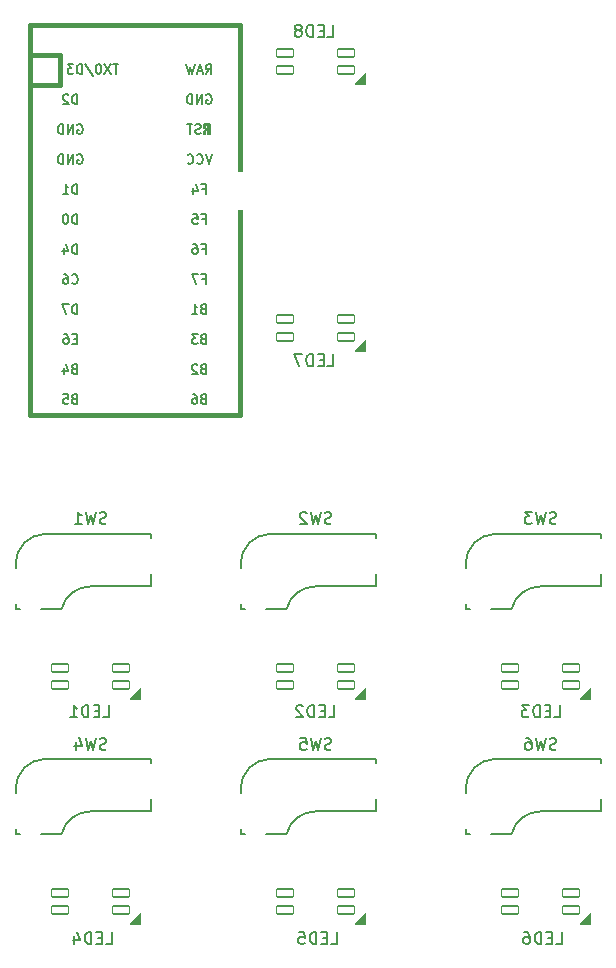
<source format=gbo>
%TF.GenerationSoftware,KiCad,Pcbnew,(6.0.1)*%
%TF.CreationDate,2022-01-30T14:08:35+01:00*%
%TF.ProjectId,Little Big Scroll 6,4c697474-6c65-4204-9269-67205363726f,v1.0*%
%TF.SameCoordinates,Original*%
%TF.FileFunction,Legend,Bot*%
%TF.FilePolarity,Positive*%
%FSLAX46Y46*%
G04 Gerber Fmt 4.6, Leading zero omitted, Abs format (unit mm)*
G04 Created by KiCad (PCBNEW (6.0.1)) date 2022-01-30 14:08:35*
%MOMM*%
%LPD*%
G01*
G04 APERTURE LIST*
G04 Aperture macros list*
%AMRoundRect*
0 Rectangle with rounded corners*
0 $1 Rounding radius*
0 $2 $3 $4 $5 $6 $7 $8 $9 X,Y pos of 4 corners*
0 Add a 4 corners polygon primitive as box body*
4,1,4,$2,$3,$4,$5,$6,$7,$8,$9,$2,$3,0*
0 Add four circle primitives for the rounded corners*
1,1,$1+$1,$2,$3*
1,1,$1+$1,$4,$5*
1,1,$1+$1,$6,$7*
1,1,$1+$1,$8,$9*
0 Add four rect primitives between the rounded corners*
20,1,$1+$1,$2,$3,$4,$5,0*
20,1,$1+$1,$4,$5,$6,$7,0*
20,1,$1+$1,$6,$7,$8,$9,0*
20,1,$1+$1,$8,$9,$2,$3,0*%
G04 Aperture macros list end*
%ADD10C,0.150000*%
%ADD11C,0.381000*%
%ADD12C,0.100000*%
%ADD13R,1.752600X1.752600*%
%ADD14C,1.752600*%
%ADD15C,3.000000*%
%ADD16C,3.987800*%
%ADD17C,1.701800*%
%ADD18R,2.550000X2.500000*%
%ADD19R,2.000000X2.000000*%
%ADD20C,2.000000*%
%ADD21R,2.000000X3.200000*%
%ADD22RoundRect,0.082000X-0.718000X0.328000X-0.718000X-0.328000X0.718000X-0.328000X0.718000X0.328000X0*%
%ADD23C,3.700000*%
%ADD24C,1.600000*%
%ADD25O,1.600000X1.600000*%
%ADD26R,1.700000X1.700000*%
%ADD27O,1.700000X1.700000*%
G04 APERTURE END LIST*
D10*
X100744809Y-84752857D02*
X100630523Y-84790952D01*
X100592428Y-84829047D01*
X100554333Y-84905238D01*
X100554333Y-85019523D01*
X100592428Y-85095714D01*
X100630523Y-85133809D01*
X100706714Y-85171904D01*
X101011476Y-85171904D01*
X101011476Y-84371904D01*
X100744809Y-84371904D01*
X100668619Y-84410000D01*
X100630523Y-84448095D01*
X100592428Y-84524285D01*
X100592428Y-84600476D01*
X100630523Y-84676666D01*
X100668619Y-84714761D01*
X100744809Y-84752857D01*
X101011476Y-84752857D01*
X99868619Y-84371904D02*
X100021000Y-84371904D01*
X100097190Y-84410000D01*
X100135285Y-84448095D01*
X100211476Y-84562380D01*
X100249571Y-84714761D01*
X100249571Y-85019523D01*
X100211476Y-85095714D01*
X100173380Y-85133809D01*
X100097190Y-85171904D01*
X99944809Y-85171904D01*
X99868619Y-85133809D01*
X99830523Y-85095714D01*
X99792428Y-85019523D01*
X99792428Y-84829047D01*
X99830523Y-84752857D01*
X99868619Y-84714761D01*
X99944809Y-84676666D01*
X100097190Y-84676666D01*
X100173380Y-84714761D01*
X100211476Y-84752857D01*
X100249571Y-84829047D01*
X100744809Y-79672857D02*
X100630523Y-79710952D01*
X100592428Y-79749047D01*
X100554333Y-79825238D01*
X100554333Y-79939523D01*
X100592428Y-80015714D01*
X100630523Y-80053809D01*
X100706714Y-80091904D01*
X101011476Y-80091904D01*
X101011476Y-79291904D01*
X100744809Y-79291904D01*
X100668619Y-79330000D01*
X100630523Y-79368095D01*
X100592428Y-79444285D01*
X100592428Y-79520476D01*
X100630523Y-79596666D01*
X100668619Y-79634761D01*
X100744809Y-79672857D01*
X101011476Y-79672857D01*
X100287666Y-79291904D02*
X99792428Y-79291904D01*
X100059095Y-79596666D01*
X99944809Y-79596666D01*
X99868619Y-79634761D01*
X99830523Y-79672857D01*
X99792428Y-79749047D01*
X99792428Y-79939523D01*
X99830523Y-80015714D01*
X99868619Y-80053809D01*
X99944809Y-80091904D01*
X100173380Y-80091904D01*
X100249571Y-80053809D01*
X100287666Y-80015714D01*
X90089476Y-72471904D02*
X90089476Y-71671904D01*
X89899000Y-71671904D01*
X89784714Y-71710000D01*
X89708523Y-71786190D01*
X89670428Y-71862380D01*
X89632333Y-72014761D01*
X89632333Y-72129047D01*
X89670428Y-72281428D01*
X89708523Y-72357619D01*
X89784714Y-72433809D01*
X89899000Y-72471904D01*
X90089476Y-72471904D01*
X88946619Y-71938571D02*
X88946619Y-72471904D01*
X89137095Y-71633809D02*
X89327571Y-72205238D01*
X88832333Y-72205238D01*
X101030523Y-59010000D02*
X101106714Y-58971904D01*
X101221000Y-58971904D01*
X101335285Y-59010000D01*
X101411476Y-59086190D01*
X101449571Y-59162380D01*
X101487666Y-59314761D01*
X101487666Y-59429047D01*
X101449571Y-59581428D01*
X101411476Y-59657619D01*
X101335285Y-59733809D01*
X101221000Y-59771904D01*
X101144809Y-59771904D01*
X101030523Y-59733809D01*
X100992428Y-59695714D01*
X100992428Y-59429047D01*
X101144809Y-59429047D01*
X100649571Y-59771904D02*
X100649571Y-58971904D01*
X100192428Y-59771904D01*
X100192428Y-58971904D01*
X99811476Y-59771904D02*
X99811476Y-58971904D01*
X99621000Y-58971904D01*
X99506714Y-59010000D01*
X99430523Y-59086190D01*
X99392428Y-59162380D01*
X99354333Y-59314761D01*
X99354333Y-59429047D01*
X99392428Y-59581428D01*
X99430523Y-59657619D01*
X99506714Y-59733809D01*
X99621000Y-59771904D01*
X99811476Y-59771904D01*
X90108523Y-61550000D02*
X90184714Y-61511904D01*
X90299000Y-61511904D01*
X90413285Y-61550000D01*
X90489476Y-61626190D01*
X90527571Y-61702380D01*
X90565666Y-61854761D01*
X90565666Y-61969047D01*
X90527571Y-62121428D01*
X90489476Y-62197619D01*
X90413285Y-62273809D01*
X90299000Y-62311904D01*
X90222809Y-62311904D01*
X90108523Y-62273809D01*
X90070428Y-62235714D01*
X90070428Y-61969047D01*
X90222809Y-61969047D01*
X89727571Y-62311904D02*
X89727571Y-61511904D01*
X89270428Y-62311904D01*
X89270428Y-61511904D01*
X88889476Y-62311904D02*
X88889476Y-61511904D01*
X88699000Y-61511904D01*
X88584714Y-61550000D01*
X88508523Y-61626190D01*
X88470428Y-61702380D01*
X88432333Y-61854761D01*
X88432333Y-61969047D01*
X88470428Y-62121428D01*
X88508523Y-62197619D01*
X88584714Y-62273809D01*
X88699000Y-62311904D01*
X88889476Y-62311904D01*
X90089476Y-59771904D02*
X90089476Y-58971904D01*
X89899000Y-58971904D01*
X89784714Y-59010000D01*
X89708523Y-59086190D01*
X89670428Y-59162380D01*
X89632333Y-59314761D01*
X89632333Y-59429047D01*
X89670428Y-59581428D01*
X89708523Y-59657619D01*
X89784714Y-59733809D01*
X89899000Y-59771904D01*
X90089476Y-59771904D01*
X89327571Y-59048095D02*
X89289476Y-59010000D01*
X89213285Y-58971904D01*
X89022809Y-58971904D01*
X88946619Y-59010000D01*
X88908523Y-59048095D01*
X88870428Y-59124285D01*
X88870428Y-59200476D01*
X88908523Y-59314761D01*
X89365666Y-59771904D01*
X88870428Y-59771904D01*
X90089476Y-69931904D02*
X90089476Y-69131904D01*
X89899000Y-69131904D01*
X89784714Y-69170000D01*
X89708523Y-69246190D01*
X89670428Y-69322380D01*
X89632333Y-69474761D01*
X89632333Y-69589047D01*
X89670428Y-69741428D01*
X89708523Y-69817619D01*
X89784714Y-69893809D01*
X89899000Y-69931904D01*
X90089476Y-69931904D01*
X89137095Y-69131904D02*
X89060904Y-69131904D01*
X88984714Y-69170000D01*
X88946619Y-69208095D01*
X88908523Y-69284285D01*
X88870428Y-69436666D01*
X88870428Y-69627142D01*
X88908523Y-69779523D01*
X88946619Y-69855714D01*
X88984714Y-69893809D01*
X89060904Y-69931904D01*
X89137095Y-69931904D01*
X89213285Y-69893809D01*
X89251380Y-69855714D01*
X89289476Y-69779523D01*
X89327571Y-69627142D01*
X89327571Y-69436666D01*
X89289476Y-69284285D01*
X89251380Y-69208095D01*
X89213285Y-69170000D01*
X89137095Y-69131904D01*
X100744809Y-77132857D02*
X100630523Y-77170952D01*
X100592428Y-77209047D01*
X100554333Y-77285238D01*
X100554333Y-77399523D01*
X100592428Y-77475714D01*
X100630523Y-77513809D01*
X100706714Y-77551904D01*
X101011476Y-77551904D01*
X101011476Y-76751904D01*
X100744809Y-76751904D01*
X100668619Y-76790000D01*
X100630523Y-76828095D01*
X100592428Y-76904285D01*
X100592428Y-76980476D01*
X100630523Y-77056666D01*
X100668619Y-77094761D01*
X100744809Y-77132857D01*
X101011476Y-77132857D01*
X99792428Y-77551904D02*
X100249571Y-77551904D01*
X100021000Y-77551904D02*
X100021000Y-76751904D01*
X100097190Y-76866190D01*
X100173380Y-76942380D01*
X100249571Y-76980476D01*
X89822809Y-84752857D02*
X89708523Y-84790952D01*
X89670428Y-84829047D01*
X89632333Y-84905238D01*
X89632333Y-85019523D01*
X89670428Y-85095714D01*
X89708523Y-85133809D01*
X89784714Y-85171904D01*
X90089476Y-85171904D01*
X90089476Y-84371904D01*
X89822809Y-84371904D01*
X89746619Y-84410000D01*
X89708523Y-84448095D01*
X89670428Y-84524285D01*
X89670428Y-84600476D01*
X89708523Y-84676666D01*
X89746619Y-84714761D01*
X89822809Y-84752857D01*
X90089476Y-84752857D01*
X88908523Y-84371904D02*
X89289476Y-84371904D01*
X89327571Y-84752857D01*
X89289476Y-84714761D01*
X89213285Y-84676666D01*
X89022809Y-84676666D01*
X88946619Y-84714761D01*
X88908523Y-84752857D01*
X88870428Y-84829047D01*
X88870428Y-85019523D01*
X88908523Y-85095714D01*
X88946619Y-85133809D01*
X89022809Y-85171904D01*
X89213285Y-85171904D01*
X89289476Y-85133809D01*
X89327571Y-85095714D01*
X90089476Y-67391904D02*
X90089476Y-66591904D01*
X89899000Y-66591904D01*
X89784714Y-66630000D01*
X89708523Y-66706190D01*
X89670428Y-66782380D01*
X89632333Y-66934761D01*
X89632333Y-67049047D01*
X89670428Y-67201428D01*
X89708523Y-67277619D01*
X89784714Y-67353809D01*
X89899000Y-67391904D01*
X90089476Y-67391904D01*
X88870428Y-67391904D02*
X89327571Y-67391904D01*
X89099000Y-67391904D02*
X89099000Y-66591904D01*
X89175190Y-66706190D01*
X89251380Y-66782380D01*
X89327571Y-66820476D01*
X100973380Y-57231904D02*
X101240047Y-56850952D01*
X101430523Y-57231904D02*
X101430523Y-56431904D01*
X101125761Y-56431904D01*
X101049571Y-56470000D01*
X101011476Y-56508095D01*
X100973380Y-56584285D01*
X100973380Y-56698571D01*
X101011476Y-56774761D01*
X101049571Y-56812857D01*
X101125761Y-56850952D01*
X101430523Y-56850952D01*
X100668619Y-57003333D02*
X100287666Y-57003333D01*
X100744809Y-57231904D02*
X100478142Y-56431904D01*
X100211476Y-57231904D01*
X100021000Y-56431904D02*
X99830523Y-57231904D01*
X99678142Y-56660476D01*
X99525761Y-57231904D01*
X99335285Y-56431904D01*
X101487666Y-64051904D02*
X101221000Y-64851904D01*
X100954333Y-64051904D01*
X100230523Y-64775714D02*
X100268619Y-64813809D01*
X100382904Y-64851904D01*
X100459095Y-64851904D01*
X100573380Y-64813809D01*
X100649571Y-64737619D01*
X100687666Y-64661428D01*
X100725761Y-64509047D01*
X100725761Y-64394761D01*
X100687666Y-64242380D01*
X100649571Y-64166190D01*
X100573380Y-64090000D01*
X100459095Y-64051904D01*
X100382904Y-64051904D01*
X100268619Y-64090000D01*
X100230523Y-64128095D01*
X99430523Y-64775714D02*
X99468619Y-64813809D01*
X99582904Y-64851904D01*
X99659095Y-64851904D01*
X99773380Y-64813809D01*
X99849571Y-64737619D01*
X99887666Y-64661428D01*
X99925761Y-64509047D01*
X99925761Y-64394761D01*
X99887666Y-64242380D01*
X99849571Y-64166190D01*
X99773380Y-64090000D01*
X99659095Y-64051904D01*
X99582904Y-64051904D01*
X99468619Y-64090000D01*
X99430523Y-64128095D01*
X100744809Y-82212857D02*
X100630523Y-82250952D01*
X100592428Y-82289047D01*
X100554333Y-82365238D01*
X100554333Y-82479523D01*
X100592428Y-82555714D01*
X100630523Y-82593809D01*
X100706714Y-82631904D01*
X101011476Y-82631904D01*
X101011476Y-81831904D01*
X100744809Y-81831904D01*
X100668619Y-81870000D01*
X100630523Y-81908095D01*
X100592428Y-81984285D01*
X100592428Y-82060476D01*
X100630523Y-82136666D01*
X100668619Y-82174761D01*
X100744809Y-82212857D01*
X101011476Y-82212857D01*
X100249571Y-81908095D02*
X100211476Y-81870000D01*
X100135285Y-81831904D01*
X99944809Y-81831904D01*
X99868619Y-81870000D01*
X99830523Y-81908095D01*
X99792428Y-81984285D01*
X99792428Y-82060476D01*
X99830523Y-82174761D01*
X100287666Y-82631904D01*
X99792428Y-82631904D01*
X89632333Y-74935714D02*
X89670428Y-74973809D01*
X89784714Y-75011904D01*
X89860904Y-75011904D01*
X89975190Y-74973809D01*
X90051380Y-74897619D01*
X90089476Y-74821428D01*
X90127571Y-74669047D01*
X90127571Y-74554761D01*
X90089476Y-74402380D01*
X90051380Y-74326190D01*
X89975190Y-74250000D01*
X89860904Y-74211904D01*
X89784714Y-74211904D01*
X89670428Y-74250000D01*
X89632333Y-74288095D01*
X88946619Y-74211904D02*
X89099000Y-74211904D01*
X89175190Y-74250000D01*
X89213285Y-74288095D01*
X89289476Y-74402380D01*
X89327571Y-74554761D01*
X89327571Y-74859523D01*
X89289476Y-74935714D01*
X89251380Y-74973809D01*
X89175190Y-75011904D01*
X89022809Y-75011904D01*
X88946619Y-74973809D01*
X88908523Y-74935714D01*
X88870428Y-74859523D01*
X88870428Y-74669047D01*
X88908523Y-74592857D01*
X88946619Y-74554761D01*
X89022809Y-74516666D01*
X89175190Y-74516666D01*
X89251380Y-74554761D01*
X89289476Y-74592857D01*
X89327571Y-74669047D01*
X93578604Y-56431904D02*
X93121461Y-56431904D01*
X93350032Y-57231904D02*
X93350032Y-56431904D01*
X92930985Y-56431904D02*
X92397651Y-57231904D01*
X92397651Y-56431904D02*
X92930985Y-57231904D01*
X91940508Y-56431904D02*
X91864318Y-56431904D01*
X91788128Y-56470000D01*
X91750032Y-56508095D01*
X91711937Y-56584285D01*
X91673842Y-56736666D01*
X91673842Y-56927142D01*
X91711937Y-57079523D01*
X91750032Y-57155714D01*
X91788128Y-57193809D01*
X91864318Y-57231904D01*
X91940508Y-57231904D01*
X92016699Y-57193809D01*
X92054794Y-57155714D01*
X92092889Y-57079523D01*
X92130985Y-56927142D01*
X92130985Y-56736666D01*
X92092889Y-56584285D01*
X92054794Y-56508095D01*
X92016699Y-56470000D01*
X91940508Y-56431904D01*
X90759556Y-56393809D02*
X91445270Y-57422380D01*
X90492889Y-57231904D02*
X90492889Y-56431904D01*
X90302413Y-56431904D01*
X90188128Y-56470000D01*
X90111937Y-56546190D01*
X90073842Y-56622380D01*
X90035747Y-56774761D01*
X90035747Y-56889047D01*
X90073842Y-57041428D01*
X90111937Y-57117619D01*
X90188128Y-57193809D01*
X90302413Y-57231904D01*
X90492889Y-57231904D01*
X89769080Y-56431904D02*
X89273842Y-56431904D01*
X89540508Y-56736666D01*
X89426223Y-56736666D01*
X89350032Y-56774761D01*
X89311937Y-56812857D01*
X89273842Y-56889047D01*
X89273842Y-57079523D01*
X89311937Y-57155714D01*
X89350032Y-57193809D01*
X89426223Y-57231904D01*
X89654794Y-57231904D01*
X89730985Y-57193809D01*
X89769080Y-57155714D01*
X89822809Y-82212857D02*
X89708523Y-82250952D01*
X89670428Y-82289047D01*
X89632333Y-82365238D01*
X89632333Y-82479523D01*
X89670428Y-82555714D01*
X89708523Y-82593809D01*
X89784714Y-82631904D01*
X90089476Y-82631904D01*
X90089476Y-81831904D01*
X89822809Y-81831904D01*
X89746619Y-81870000D01*
X89708523Y-81908095D01*
X89670428Y-81984285D01*
X89670428Y-82060476D01*
X89708523Y-82136666D01*
X89746619Y-82174761D01*
X89822809Y-82212857D01*
X90089476Y-82212857D01*
X88946619Y-82098571D02*
X88946619Y-82631904D01*
X89137095Y-81793809D02*
X89327571Y-82365238D01*
X88832333Y-82365238D01*
X100687666Y-66972857D02*
X100954333Y-66972857D01*
X100954333Y-67391904D02*
X100954333Y-66591904D01*
X100573380Y-66591904D01*
X99925761Y-66858571D02*
X99925761Y-67391904D01*
X100116238Y-66553809D02*
X100306714Y-67125238D01*
X99811476Y-67125238D01*
X100687666Y-72052857D02*
X100954333Y-72052857D01*
X100954333Y-72471904D02*
X100954333Y-71671904D01*
X100573380Y-71671904D01*
X99925761Y-71671904D02*
X100078142Y-71671904D01*
X100154333Y-71710000D01*
X100192428Y-71748095D01*
X100268619Y-71862380D01*
X100306714Y-72014761D01*
X100306714Y-72319523D01*
X100268619Y-72395714D01*
X100230523Y-72433809D01*
X100154333Y-72471904D01*
X100001952Y-72471904D01*
X99925761Y-72433809D01*
X99887666Y-72395714D01*
X99849571Y-72319523D01*
X99849571Y-72129047D01*
X99887666Y-72052857D01*
X99925761Y-72014761D01*
X100001952Y-71976666D01*
X100154333Y-71976666D01*
X100230523Y-72014761D01*
X100268619Y-72052857D01*
X100306714Y-72129047D01*
X100687666Y-69512857D02*
X100954333Y-69512857D01*
X100954333Y-69931904D02*
X100954333Y-69131904D01*
X100573380Y-69131904D01*
X99887666Y-69131904D02*
X100268619Y-69131904D01*
X100306714Y-69512857D01*
X100268619Y-69474761D01*
X100192428Y-69436666D01*
X100001952Y-69436666D01*
X99925761Y-69474761D01*
X99887666Y-69512857D01*
X99849571Y-69589047D01*
X99849571Y-69779523D01*
X99887666Y-69855714D01*
X99925761Y-69893809D01*
X100001952Y-69931904D01*
X100192428Y-69931904D01*
X100268619Y-69893809D01*
X100306714Y-69855714D01*
X100687666Y-74592857D02*
X100954333Y-74592857D01*
X100954333Y-75011904D02*
X100954333Y-74211904D01*
X100573380Y-74211904D01*
X100344809Y-74211904D02*
X99811476Y-74211904D01*
X100154333Y-75011904D01*
X90108523Y-64090000D02*
X90184714Y-64051904D01*
X90299000Y-64051904D01*
X90413285Y-64090000D01*
X90489476Y-64166190D01*
X90527571Y-64242380D01*
X90565666Y-64394761D01*
X90565666Y-64509047D01*
X90527571Y-64661428D01*
X90489476Y-64737619D01*
X90413285Y-64813809D01*
X90299000Y-64851904D01*
X90222809Y-64851904D01*
X90108523Y-64813809D01*
X90070428Y-64775714D01*
X90070428Y-64509047D01*
X90222809Y-64509047D01*
X89727571Y-64851904D02*
X89727571Y-64051904D01*
X89270428Y-64851904D01*
X89270428Y-64051904D01*
X88889476Y-64851904D02*
X88889476Y-64051904D01*
X88699000Y-64051904D01*
X88584714Y-64090000D01*
X88508523Y-64166190D01*
X88470428Y-64242380D01*
X88432333Y-64394761D01*
X88432333Y-64509047D01*
X88470428Y-64661428D01*
X88508523Y-64737619D01*
X88584714Y-64813809D01*
X88699000Y-64851904D01*
X88889476Y-64851904D01*
X90089476Y-77551904D02*
X90089476Y-76751904D01*
X89899000Y-76751904D01*
X89784714Y-76790000D01*
X89708523Y-76866190D01*
X89670428Y-76942380D01*
X89632333Y-77094761D01*
X89632333Y-77209047D01*
X89670428Y-77361428D01*
X89708523Y-77437619D01*
X89784714Y-77513809D01*
X89899000Y-77551904D01*
X90089476Y-77551904D01*
X89365666Y-76751904D02*
X88832333Y-76751904D01*
X89175190Y-77551904D01*
X90051380Y-79672857D02*
X89784714Y-79672857D01*
X89670428Y-80091904D02*
X90051380Y-80091904D01*
X90051380Y-79291904D01*
X89670428Y-79291904D01*
X88984714Y-79291904D02*
X89137095Y-79291904D01*
X89213285Y-79330000D01*
X89251380Y-79368095D01*
X89327571Y-79482380D01*
X89365666Y-79634761D01*
X89365666Y-79939523D01*
X89327571Y-80015714D01*
X89289476Y-80053809D01*
X89213285Y-80091904D01*
X89060904Y-80091904D01*
X88984714Y-80053809D01*
X88946619Y-80015714D01*
X88908523Y-79939523D01*
X88908523Y-79749047D01*
X88946619Y-79672857D01*
X88984714Y-79634761D01*
X89060904Y-79596666D01*
X89213285Y-79596666D01*
X89289476Y-79634761D01*
X89327571Y-79672857D01*
X89365666Y-79749047D01*
X100533333Y-62253809D02*
X100419047Y-62291904D01*
X100228571Y-62291904D01*
X100152380Y-62253809D01*
X100114285Y-62215714D01*
X100076190Y-62139523D01*
X100076190Y-62063333D01*
X100114285Y-61987142D01*
X100152380Y-61949047D01*
X100228571Y-61910952D01*
X100380952Y-61872857D01*
X100457142Y-61834761D01*
X100495238Y-61796666D01*
X100533333Y-61720476D01*
X100533333Y-61644285D01*
X100495238Y-61568095D01*
X100457142Y-61530000D01*
X100380952Y-61491904D01*
X100190476Y-61491904D01*
X100076190Y-61530000D01*
X99847619Y-61491904D02*
X99390476Y-61491904D01*
X99619047Y-62291904D02*
X99619047Y-61491904D01*
X92553333Y-95274761D02*
X92410476Y-95322380D01*
X92172380Y-95322380D01*
X92077142Y-95274761D01*
X92029523Y-95227142D01*
X91981904Y-95131904D01*
X91981904Y-95036666D01*
X92029523Y-94941428D01*
X92077142Y-94893809D01*
X92172380Y-94846190D01*
X92362857Y-94798571D01*
X92458095Y-94750952D01*
X92505714Y-94703333D01*
X92553333Y-94608095D01*
X92553333Y-94512857D01*
X92505714Y-94417619D01*
X92458095Y-94370000D01*
X92362857Y-94322380D01*
X92124761Y-94322380D01*
X91981904Y-94370000D01*
X91648571Y-94322380D02*
X91410476Y-95322380D01*
X91220000Y-94608095D01*
X91029523Y-95322380D01*
X90791428Y-94322380D01*
X89886666Y-95322380D02*
X90458095Y-95322380D01*
X90172380Y-95322380D02*
X90172380Y-94322380D01*
X90267619Y-94465238D01*
X90362857Y-94560476D01*
X90458095Y-94608095D01*
X111603333Y-95274761D02*
X111460476Y-95322380D01*
X111222380Y-95322380D01*
X111127142Y-95274761D01*
X111079523Y-95227142D01*
X111031904Y-95131904D01*
X111031904Y-95036666D01*
X111079523Y-94941428D01*
X111127142Y-94893809D01*
X111222380Y-94846190D01*
X111412857Y-94798571D01*
X111508095Y-94750952D01*
X111555714Y-94703333D01*
X111603333Y-94608095D01*
X111603333Y-94512857D01*
X111555714Y-94417619D01*
X111508095Y-94370000D01*
X111412857Y-94322380D01*
X111174761Y-94322380D01*
X111031904Y-94370000D01*
X110698571Y-94322380D02*
X110460476Y-95322380D01*
X110270000Y-94608095D01*
X110079523Y-95322380D01*
X109841428Y-94322380D01*
X109508095Y-94417619D02*
X109460476Y-94370000D01*
X109365238Y-94322380D01*
X109127142Y-94322380D01*
X109031904Y-94370000D01*
X108984285Y-94417619D01*
X108936666Y-94512857D01*
X108936666Y-94608095D01*
X108984285Y-94750952D01*
X109555714Y-95322380D01*
X108936666Y-95322380D01*
X130653333Y-95274761D02*
X130510476Y-95322380D01*
X130272380Y-95322380D01*
X130177142Y-95274761D01*
X130129523Y-95227142D01*
X130081904Y-95131904D01*
X130081904Y-95036666D01*
X130129523Y-94941428D01*
X130177142Y-94893809D01*
X130272380Y-94846190D01*
X130462857Y-94798571D01*
X130558095Y-94750952D01*
X130605714Y-94703333D01*
X130653333Y-94608095D01*
X130653333Y-94512857D01*
X130605714Y-94417619D01*
X130558095Y-94370000D01*
X130462857Y-94322380D01*
X130224761Y-94322380D01*
X130081904Y-94370000D01*
X129748571Y-94322380D02*
X129510476Y-95322380D01*
X129320000Y-94608095D01*
X129129523Y-95322380D01*
X128891428Y-94322380D01*
X128605714Y-94322380D02*
X127986666Y-94322380D01*
X128320000Y-94703333D01*
X128177142Y-94703333D01*
X128081904Y-94750952D01*
X128034285Y-94798571D01*
X127986666Y-94893809D01*
X127986666Y-95131904D01*
X128034285Y-95227142D01*
X128081904Y-95274761D01*
X128177142Y-95322380D01*
X128462857Y-95322380D01*
X128558095Y-95274761D01*
X128605714Y-95227142D01*
X92553333Y-114404761D02*
X92410476Y-114452380D01*
X92172380Y-114452380D01*
X92077142Y-114404761D01*
X92029523Y-114357142D01*
X91981904Y-114261904D01*
X91981904Y-114166666D01*
X92029523Y-114071428D01*
X92077142Y-114023809D01*
X92172380Y-113976190D01*
X92362857Y-113928571D01*
X92458095Y-113880952D01*
X92505714Y-113833333D01*
X92553333Y-113738095D01*
X92553333Y-113642857D01*
X92505714Y-113547619D01*
X92458095Y-113500000D01*
X92362857Y-113452380D01*
X92124761Y-113452380D01*
X91981904Y-113500000D01*
X91648571Y-113452380D02*
X91410476Y-114452380D01*
X91220000Y-113738095D01*
X91029523Y-114452380D01*
X90791428Y-113452380D01*
X89981904Y-113785714D02*
X89981904Y-114452380D01*
X90220000Y-113404761D02*
X90458095Y-114119047D01*
X89839047Y-114119047D01*
X111603333Y-114404761D02*
X111460476Y-114452380D01*
X111222380Y-114452380D01*
X111127142Y-114404761D01*
X111079523Y-114357142D01*
X111031904Y-114261904D01*
X111031904Y-114166666D01*
X111079523Y-114071428D01*
X111127142Y-114023809D01*
X111222380Y-113976190D01*
X111412857Y-113928571D01*
X111508095Y-113880952D01*
X111555714Y-113833333D01*
X111603333Y-113738095D01*
X111603333Y-113642857D01*
X111555714Y-113547619D01*
X111508095Y-113500000D01*
X111412857Y-113452380D01*
X111174761Y-113452380D01*
X111031904Y-113500000D01*
X110698571Y-113452380D02*
X110460476Y-114452380D01*
X110270000Y-113738095D01*
X110079523Y-114452380D01*
X109841428Y-113452380D01*
X108984285Y-113452380D02*
X109460476Y-113452380D01*
X109508095Y-113928571D01*
X109460476Y-113880952D01*
X109365238Y-113833333D01*
X109127142Y-113833333D01*
X109031904Y-113880952D01*
X108984285Y-113928571D01*
X108936666Y-114023809D01*
X108936666Y-114261904D01*
X108984285Y-114357142D01*
X109031904Y-114404761D01*
X109127142Y-114452380D01*
X109365238Y-114452380D01*
X109460476Y-114404761D01*
X109508095Y-114357142D01*
X130653333Y-114404761D02*
X130510476Y-114452380D01*
X130272380Y-114452380D01*
X130177142Y-114404761D01*
X130129523Y-114357142D01*
X130081904Y-114261904D01*
X130081904Y-114166666D01*
X130129523Y-114071428D01*
X130177142Y-114023809D01*
X130272380Y-113976190D01*
X130462857Y-113928571D01*
X130558095Y-113880952D01*
X130605714Y-113833333D01*
X130653333Y-113738095D01*
X130653333Y-113642857D01*
X130605714Y-113547619D01*
X130558095Y-113500000D01*
X130462857Y-113452380D01*
X130224761Y-113452380D01*
X130081904Y-113500000D01*
X129748571Y-113452380D02*
X129510476Y-114452380D01*
X129320000Y-113738095D01*
X129129523Y-114452380D01*
X128891428Y-113452380D01*
X128081904Y-113452380D02*
X128272380Y-113452380D01*
X128367619Y-113500000D01*
X128415238Y-113547619D01*
X128510476Y-113690476D01*
X128558095Y-113880952D01*
X128558095Y-114261904D01*
X128510476Y-114357142D01*
X128462857Y-114404761D01*
X128367619Y-114452380D01*
X128177142Y-114452380D01*
X128081904Y-114404761D01*
X128034285Y-114357142D01*
X127986666Y-114261904D01*
X127986666Y-114023809D01*
X128034285Y-113928571D01*
X128081904Y-113880952D01*
X128177142Y-113833333D01*
X128367619Y-113833333D01*
X128462857Y-113880952D01*
X128510476Y-113928571D01*
X128558095Y-114023809D01*
X92279047Y-111692380D02*
X92755238Y-111692380D01*
X92755238Y-110692380D01*
X91945714Y-111168571D02*
X91612380Y-111168571D01*
X91469523Y-111692380D02*
X91945714Y-111692380D01*
X91945714Y-110692380D01*
X91469523Y-110692380D01*
X91040952Y-111692380D02*
X91040952Y-110692380D01*
X90802857Y-110692380D01*
X90660000Y-110740000D01*
X90564761Y-110835238D01*
X90517142Y-110930476D01*
X90469523Y-111120952D01*
X90469523Y-111263809D01*
X90517142Y-111454285D01*
X90564761Y-111549523D01*
X90660000Y-111644761D01*
X90802857Y-111692380D01*
X91040952Y-111692380D01*
X89517142Y-111692380D02*
X90088571Y-111692380D01*
X89802857Y-111692380D02*
X89802857Y-110692380D01*
X89898095Y-110835238D01*
X89993333Y-110930476D01*
X90088571Y-110978095D01*
X111379047Y-111692380D02*
X111855238Y-111692380D01*
X111855238Y-110692380D01*
X111045714Y-111168571D02*
X110712380Y-111168571D01*
X110569523Y-111692380D02*
X111045714Y-111692380D01*
X111045714Y-110692380D01*
X110569523Y-110692380D01*
X110140952Y-111692380D02*
X110140952Y-110692380D01*
X109902857Y-110692380D01*
X109760000Y-110740000D01*
X109664761Y-110835238D01*
X109617142Y-110930476D01*
X109569523Y-111120952D01*
X109569523Y-111263809D01*
X109617142Y-111454285D01*
X109664761Y-111549523D01*
X109760000Y-111644761D01*
X109902857Y-111692380D01*
X110140952Y-111692380D01*
X109188571Y-110787619D02*
X109140952Y-110740000D01*
X109045714Y-110692380D01*
X108807619Y-110692380D01*
X108712380Y-110740000D01*
X108664761Y-110787619D01*
X108617142Y-110882857D01*
X108617142Y-110978095D01*
X108664761Y-111120952D01*
X109236190Y-111692380D01*
X108617142Y-111692380D01*
X130489047Y-111692380D02*
X130965238Y-111692380D01*
X130965238Y-110692380D01*
X130155714Y-111168571D02*
X129822380Y-111168571D01*
X129679523Y-111692380D02*
X130155714Y-111692380D01*
X130155714Y-110692380D01*
X129679523Y-110692380D01*
X129250952Y-111692380D02*
X129250952Y-110692380D01*
X129012857Y-110692380D01*
X128870000Y-110740000D01*
X128774761Y-110835238D01*
X128727142Y-110930476D01*
X128679523Y-111120952D01*
X128679523Y-111263809D01*
X128727142Y-111454285D01*
X128774761Y-111549523D01*
X128870000Y-111644761D01*
X129012857Y-111692380D01*
X129250952Y-111692380D01*
X128346190Y-110692380D02*
X127727142Y-110692380D01*
X128060476Y-111073333D01*
X127917619Y-111073333D01*
X127822380Y-111120952D01*
X127774761Y-111168571D01*
X127727142Y-111263809D01*
X127727142Y-111501904D01*
X127774761Y-111597142D01*
X127822380Y-111644761D01*
X127917619Y-111692380D01*
X128203333Y-111692380D01*
X128298571Y-111644761D01*
X128346190Y-111597142D01*
X92519047Y-130902380D02*
X92995238Y-130902380D01*
X92995238Y-129902380D01*
X92185714Y-130378571D02*
X91852380Y-130378571D01*
X91709523Y-130902380D02*
X92185714Y-130902380D01*
X92185714Y-129902380D01*
X91709523Y-129902380D01*
X91280952Y-130902380D02*
X91280952Y-129902380D01*
X91042857Y-129902380D01*
X90900000Y-129950000D01*
X90804761Y-130045238D01*
X90757142Y-130140476D01*
X90709523Y-130330952D01*
X90709523Y-130473809D01*
X90757142Y-130664285D01*
X90804761Y-130759523D01*
X90900000Y-130854761D01*
X91042857Y-130902380D01*
X91280952Y-130902380D01*
X89852380Y-130235714D02*
X89852380Y-130902380D01*
X90090476Y-129854761D02*
X90328571Y-130569047D01*
X89709523Y-130569047D01*
X111569047Y-130902380D02*
X112045238Y-130902380D01*
X112045238Y-129902380D01*
X111235714Y-130378571D02*
X110902380Y-130378571D01*
X110759523Y-130902380D02*
X111235714Y-130902380D01*
X111235714Y-129902380D01*
X110759523Y-129902380D01*
X110330952Y-130902380D02*
X110330952Y-129902380D01*
X110092857Y-129902380D01*
X109950000Y-129950000D01*
X109854761Y-130045238D01*
X109807142Y-130140476D01*
X109759523Y-130330952D01*
X109759523Y-130473809D01*
X109807142Y-130664285D01*
X109854761Y-130759523D01*
X109950000Y-130854761D01*
X110092857Y-130902380D01*
X110330952Y-130902380D01*
X108854761Y-129902380D02*
X109330952Y-129902380D01*
X109378571Y-130378571D01*
X109330952Y-130330952D01*
X109235714Y-130283333D01*
X108997619Y-130283333D01*
X108902380Y-130330952D01*
X108854761Y-130378571D01*
X108807142Y-130473809D01*
X108807142Y-130711904D01*
X108854761Y-130807142D01*
X108902380Y-130854761D01*
X108997619Y-130902380D01*
X109235714Y-130902380D01*
X109330952Y-130854761D01*
X109378571Y-130807142D01*
X130619047Y-130902380D02*
X131095238Y-130902380D01*
X131095238Y-129902380D01*
X130285714Y-130378571D02*
X129952380Y-130378571D01*
X129809523Y-130902380D02*
X130285714Y-130902380D01*
X130285714Y-129902380D01*
X129809523Y-129902380D01*
X129380952Y-130902380D02*
X129380952Y-129902380D01*
X129142857Y-129902380D01*
X129000000Y-129950000D01*
X128904761Y-130045238D01*
X128857142Y-130140476D01*
X128809523Y-130330952D01*
X128809523Y-130473809D01*
X128857142Y-130664285D01*
X128904761Y-130759523D01*
X129000000Y-130854761D01*
X129142857Y-130902380D01*
X129380952Y-130902380D01*
X127952380Y-129902380D02*
X128142857Y-129902380D01*
X128238095Y-129950000D01*
X128285714Y-129997619D01*
X128380952Y-130140476D01*
X128428571Y-130330952D01*
X128428571Y-130711904D01*
X128380952Y-130807142D01*
X128333333Y-130854761D01*
X128238095Y-130902380D01*
X128047619Y-130902380D01*
X127952380Y-130854761D01*
X127904761Y-130807142D01*
X127857142Y-130711904D01*
X127857142Y-130473809D01*
X127904761Y-130378571D01*
X127952380Y-130330952D01*
X128047619Y-130283333D01*
X128238095Y-130283333D01*
X128333333Y-130330952D01*
X128380952Y-130378571D01*
X128428571Y-130473809D01*
X111279047Y-54082380D02*
X111755238Y-54082380D01*
X111755238Y-53082380D01*
X110945714Y-53558571D02*
X110612380Y-53558571D01*
X110469523Y-54082380D02*
X110945714Y-54082380D01*
X110945714Y-53082380D01*
X110469523Y-53082380D01*
X110040952Y-54082380D02*
X110040952Y-53082380D01*
X109802857Y-53082380D01*
X109660000Y-53130000D01*
X109564761Y-53225238D01*
X109517142Y-53320476D01*
X109469523Y-53510952D01*
X109469523Y-53653809D01*
X109517142Y-53844285D01*
X109564761Y-53939523D01*
X109660000Y-54034761D01*
X109802857Y-54082380D01*
X110040952Y-54082380D01*
X108898095Y-53510952D02*
X108993333Y-53463333D01*
X109040952Y-53415714D01*
X109088571Y-53320476D01*
X109088571Y-53272857D01*
X109040952Y-53177619D01*
X108993333Y-53130000D01*
X108898095Y-53082380D01*
X108707619Y-53082380D01*
X108612380Y-53130000D01*
X108564761Y-53177619D01*
X108517142Y-53272857D01*
X108517142Y-53320476D01*
X108564761Y-53415714D01*
X108612380Y-53463333D01*
X108707619Y-53510952D01*
X108898095Y-53510952D01*
X108993333Y-53558571D01*
X109040952Y-53606190D01*
X109088571Y-53701428D01*
X109088571Y-53891904D01*
X109040952Y-53987142D01*
X108993333Y-54034761D01*
X108898095Y-54082380D01*
X108707619Y-54082380D01*
X108612380Y-54034761D01*
X108564761Y-53987142D01*
X108517142Y-53891904D01*
X108517142Y-53701428D01*
X108564761Y-53606190D01*
X108612380Y-53558571D01*
X108707619Y-53510952D01*
X111279047Y-81972380D02*
X111755238Y-81972380D01*
X111755238Y-80972380D01*
X110945714Y-81448571D02*
X110612380Y-81448571D01*
X110469523Y-81972380D02*
X110945714Y-81972380D01*
X110945714Y-80972380D01*
X110469523Y-80972380D01*
X110040952Y-81972380D02*
X110040952Y-80972380D01*
X109802857Y-80972380D01*
X109660000Y-81020000D01*
X109564761Y-81115238D01*
X109517142Y-81210476D01*
X109469523Y-81400952D01*
X109469523Y-81543809D01*
X109517142Y-81734285D01*
X109564761Y-81829523D01*
X109660000Y-81924761D01*
X109802857Y-81972380D01*
X110040952Y-81972380D01*
X109136190Y-80972380D02*
X108469523Y-80972380D01*
X108898095Y-81972380D01*
D11*
X88610000Y-55600000D02*
X88610000Y-58140000D01*
X103850000Y-86080000D02*
X103850000Y-53060000D01*
X86070000Y-86080000D02*
X103850000Y-86080000D01*
X103850000Y-53060000D02*
X86070000Y-53060000D01*
X88610000Y-55600000D02*
X86070000Y-55600000D01*
X86070000Y-53060000D02*
X86070000Y-86080000D01*
X88610000Y-58140000D02*
X86070000Y-58140000D01*
D10*
X101004635Y-61889030D02*
X101004635Y-61989030D01*
X101004635Y-61989030D02*
X101104635Y-61989030D01*
X101104635Y-61989030D02*
X101104635Y-61889030D01*
X101104635Y-61889030D02*
X101004635Y-61889030D01*
G36*
X101104635Y-61989030D02*
G01*
X101004635Y-61989030D01*
X101004635Y-61889030D01*
X101104635Y-61889030D01*
X101104635Y-61989030D01*
G37*
X101104635Y-61989030D02*
X101004635Y-61989030D01*
X101004635Y-61889030D01*
X101104635Y-61889030D01*
X101104635Y-61989030D01*
X100804635Y-61489030D02*
X100804635Y-61789030D01*
X100804635Y-61789030D02*
X100904635Y-61789030D01*
X100904635Y-61789030D02*
X100904635Y-61489030D01*
X100904635Y-61489030D02*
X100804635Y-61489030D01*
G36*
X100904635Y-61789030D02*
G01*
X100804635Y-61789030D01*
X100804635Y-61489030D01*
X100904635Y-61489030D01*
X100904635Y-61789030D01*
G37*
X100904635Y-61789030D02*
X100804635Y-61789030D01*
X100804635Y-61489030D01*
X100904635Y-61489030D01*
X100904635Y-61789030D01*
X100804635Y-62089030D02*
X100804635Y-62289030D01*
X100804635Y-62289030D02*
X100904635Y-62289030D01*
X100904635Y-62289030D02*
X100904635Y-62089030D01*
X100904635Y-62089030D02*
X100804635Y-62089030D01*
G36*
X100904635Y-62289030D02*
G01*
X100804635Y-62289030D01*
X100804635Y-62089030D01*
X100904635Y-62089030D01*
X100904635Y-62289030D01*
G37*
X100904635Y-62289030D02*
X100804635Y-62289030D01*
X100804635Y-62089030D01*
X100904635Y-62089030D01*
X100904635Y-62289030D01*
X100804635Y-61489030D02*
X100804635Y-61589030D01*
X100804635Y-61589030D02*
X101304635Y-61589030D01*
X101304635Y-61589030D02*
X101304635Y-61489030D01*
X101304635Y-61489030D02*
X100804635Y-61489030D01*
G36*
X101304635Y-61589030D02*
G01*
X100804635Y-61589030D01*
X100804635Y-61489030D01*
X101304635Y-61489030D01*
X101304635Y-61589030D01*
G37*
X101304635Y-61589030D02*
X100804635Y-61589030D01*
X100804635Y-61489030D01*
X101304635Y-61489030D01*
X101304635Y-61589030D01*
X101204635Y-61489030D02*
X101204635Y-62289030D01*
X101204635Y-62289030D02*
X101304635Y-62289030D01*
X101304635Y-62289030D02*
X101304635Y-61489030D01*
X101304635Y-61489030D02*
X101204635Y-61489030D01*
G36*
X101304635Y-62289030D02*
G01*
X101204635Y-62289030D01*
X101204635Y-61489030D01*
X101304635Y-61489030D01*
X101304635Y-62289030D01*
G37*
X101304635Y-62289030D02*
X101204635Y-62289030D01*
X101204635Y-61489030D01*
X101304635Y-61489030D01*
X101304635Y-62289030D01*
X87410000Y-96175000D02*
X96300000Y-96175000D01*
X96300000Y-99604000D02*
X96300000Y-100620000D01*
X85251000Y-102525000D02*
X84870000Y-102525000D01*
X84870000Y-98715000D02*
X84870000Y-99096000D01*
X96300000Y-96175000D02*
X96300000Y-96556000D01*
X88755838Y-102525000D02*
X87029000Y-102525000D01*
X96300000Y-100620000D02*
X91220000Y-100620000D01*
X84870000Y-102144000D02*
X84870000Y-102525000D01*
X91220000Y-100619999D02*
G75*
G03*
X88755838Y-102543960I0J-2540000D01*
G01*
X87410000Y-96175000D02*
G75*
G03*
X84870000Y-98715000I1J-2540001D01*
G01*
X115350000Y-99604000D02*
X115350000Y-100620000D01*
X106460000Y-96175000D02*
X115350000Y-96175000D01*
X115350000Y-96175000D02*
X115350000Y-96556000D01*
X103920000Y-102144000D02*
X103920000Y-102525000D01*
X104301000Y-102525000D02*
X103920000Y-102525000D01*
X115350000Y-100620000D02*
X110270000Y-100620000D01*
X103920000Y-98715000D02*
X103920000Y-99096000D01*
X107805838Y-102525000D02*
X106079000Y-102525000D01*
X106460000Y-96175000D02*
G75*
G03*
X103920000Y-98715000I1J-2540001D01*
G01*
X110270000Y-100619999D02*
G75*
G03*
X107805838Y-102543960I0J-2540000D01*
G01*
X134400000Y-100620000D02*
X129320000Y-100620000D01*
X122970000Y-98715000D02*
X122970000Y-99096000D01*
X122970000Y-102144000D02*
X122970000Y-102525000D01*
X134400000Y-96175000D02*
X134400000Y-96556000D01*
X134400000Y-99604000D02*
X134400000Y-100620000D01*
X126855838Y-102525000D02*
X125129000Y-102525000D01*
X125510000Y-96175000D02*
X134400000Y-96175000D01*
X123351000Y-102525000D02*
X122970000Y-102525000D01*
X125510000Y-96175000D02*
G75*
G03*
X122970000Y-98715000I1J-2540001D01*
G01*
X129320000Y-100619999D02*
G75*
G03*
X126855838Y-102543960I0J-2540000D01*
G01*
X87410000Y-115225000D02*
X96300000Y-115225000D01*
X84870000Y-117765000D02*
X84870000Y-118146000D01*
X96300000Y-119670000D02*
X91220000Y-119670000D01*
X96300000Y-115225000D02*
X96300000Y-115606000D01*
X96300000Y-118654000D02*
X96300000Y-119670000D01*
X84870000Y-121194000D02*
X84870000Y-121575000D01*
X85251000Y-121575000D02*
X84870000Y-121575000D01*
X88755838Y-121575000D02*
X87029000Y-121575000D01*
X91220000Y-119669999D02*
G75*
G03*
X88755838Y-121593960I0J-2540000D01*
G01*
X87410000Y-115225000D02*
G75*
G03*
X84870000Y-117765000I1J-2540001D01*
G01*
X103920000Y-121194000D02*
X103920000Y-121575000D01*
X106460000Y-115225000D02*
X115350000Y-115225000D01*
X115350000Y-118654000D02*
X115350000Y-119670000D01*
X104301000Y-121575000D02*
X103920000Y-121575000D01*
X103920000Y-117765000D02*
X103920000Y-118146000D01*
X115350000Y-119670000D02*
X110270000Y-119670000D01*
X107805838Y-121575000D02*
X106079000Y-121575000D01*
X115350000Y-115225000D02*
X115350000Y-115606000D01*
X110270000Y-119669999D02*
G75*
G03*
X107805838Y-121593960I0J-2540000D01*
G01*
X106460000Y-115225000D02*
G75*
G03*
X103920000Y-117765000I1J-2540001D01*
G01*
X122970000Y-117765000D02*
X122970000Y-118146000D01*
X134400000Y-115225000D02*
X134400000Y-115606000D01*
X126855838Y-121575000D02*
X125129000Y-121575000D01*
X134400000Y-119670000D02*
X129320000Y-119670000D01*
X123351000Y-121575000D02*
X122970000Y-121575000D01*
X122970000Y-121194000D02*
X122970000Y-121575000D01*
X134400000Y-118654000D02*
X134400000Y-119670000D01*
X125510000Y-115225000D02*
X134400000Y-115225000D01*
X125510000Y-115225000D02*
G75*
G03*
X122970000Y-117765000I1J-2540001D01*
G01*
X129320000Y-119669999D02*
G75*
G03*
X126855838Y-121593960I0J-2540000D01*
G01*
D12*
X95420000Y-109239999D02*
X94520000Y-110139999D01*
X94520000Y-110139999D02*
X95420000Y-110139999D01*
X95420000Y-110139999D02*
X95420000Y-109239999D01*
G36*
X95420000Y-110139999D02*
G01*
X94520000Y-110139999D01*
X95420000Y-109239999D01*
X95420000Y-110139999D01*
G37*
X95420000Y-110139999D02*
X94520000Y-110139999D01*
X95420000Y-109239999D01*
X95420000Y-110139999D01*
X114470000Y-109239999D02*
X113570000Y-110139999D01*
X113570000Y-110139999D02*
X114470000Y-110139999D01*
X114470000Y-110139999D02*
X114470000Y-109239999D01*
G36*
X114470000Y-110139999D02*
G01*
X113570000Y-110139999D01*
X114470000Y-109239999D01*
X114470000Y-110139999D01*
G37*
X114470000Y-110139999D02*
X113570000Y-110139999D01*
X114470000Y-109239999D01*
X114470000Y-110139999D01*
X133520000Y-109239999D02*
X132620000Y-110139999D01*
X132620000Y-110139999D02*
X133520000Y-110139999D01*
X133520000Y-110139999D02*
X133520000Y-109239999D01*
G36*
X133520000Y-110139999D02*
G01*
X132620000Y-110139999D01*
X133520000Y-109239999D01*
X133520000Y-110139999D01*
G37*
X133520000Y-110139999D02*
X132620000Y-110139999D01*
X133520000Y-109239999D01*
X133520000Y-110139999D01*
X95420000Y-128289999D02*
X94520000Y-129189999D01*
X94520000Y-129189999D02*
X95420000Y-129189999D01*
X95420000Y-129189999D02*
X95420000Y-128289999D01*
G36*
X95420000Y-129189999D02*
G01*
X94520000Y-129189999D01*
X95420000Y-128289999D01*
X95420000Y-129189999D01*
G37*
X95420000Y-129189999D02*
X94520000Y-129189999D01*
X95420000Y-128289999D01*
X95420000Y-129189999D01*
X114470000Y-128289999D02*
X113570000Y-129189999D01*
X113570000Y-129189999D02*
X114470000Y-129189999D01*
X114470000Y-129189999D02*
X114470000Y-128289999D01*
G36*
X114470000Y-129189999D02*
G01*
X113570000Y-129189999D01*
X114470000Y-128289999D01*
X114470000Y-129189999D01*
G37*
X114470000Y-129189999D02*
X113570000Y-129189999D01*
X114470000Y-128289999D01*
X114470000Y-129189999D01*
X133520000Y-128289999D02*
X132620000Y-129189999D01*
X132620000Y-129189999D02*
X133520000Y-129189999D01*
X133520000Y-129189999D02*
X133520000Y-128289999D01*
G36*
X133520000Y-129189999D02*
G01*
X132620000Y-129189999D01*
X133520000Y-128289999D01*
X133520000Y-129189999D01*
G37*
X133520000Y-129189999D02*
X132620000Y-129189999D01*
X133520000Y-128289999D01*
X133520000Y-129189999D01*
X114470000Y-57174999D02*
X113570000Y-58074999D01*
X113570000Y-58074999D02*
X114470000Y-58074999D01*
X114470000Y-58074999D02*
X114470000Y-57174999D01*
G36*
X114470000Y-58074999D02*
G01*
X113570000Y-58074999D01*
X114470000Y-57174999D01*
X114470000Y-58074999D01*
G37*
X114470000Y-58074999D02*
X113570000Y-58074999D01*
X114470000Y-57174999D01*
X114470000Y-58074999D01*
X114470000Y-79749999D02*
X113570000Y-80649999D01*
X113570000Y-80649999D02*
X114470000Y-80649999D01*
X114470000Y-80649999D02*
X114470000Y-79749999D01*
G36*
X114470000Y-80649999D02*
G01*
X113570000Y-80649999D01*
X114470000Y-79749999D01*
X114470000Y-80649999D01*
G37*
X114470000Y-80649999D02*
X113570000Y-80649999D01*
X114470000Y-79749999D01*
X114470000Y-80649999D01*
D13*
X87340000Y-56870000D03*
D14*
X87340000Y-59410000D03*
X87340000Y-61950000D03*
X87340000Y-64490000D03*
X87340000Y-67030000D03*
X87340000Y-69570000D03*
X87340000Y-72110000D03*
X87340000Y-74650000D03*
X87340000Y-77190000D03*
X87340000Y-79730000D03*
X87340000Y-82270000D03*
X87340000Y-84810000D03*
X102580000Y-84810000D03*
X102580000Y-82270000D03*
X102580000Y-79730000D03*
X102580000Y-77190000D03*
X102580000Y-74650000D03*
X102580000Y-72110000D03*
X102580000Y-69570000D03*
X102580000Y-67030000D03*
X102580000Y-64490000D03*
X102580000Y-61950000D03*
X102580000Y-59410000D03*
X102580000Y-56870000D03*
%LPC*%
D13*
X87340000Y-56870000D03*
D14*
X87340000Y-59410000D03*
X87340000Y-61950000D03*
X87340000Y-64490000D03*
X87340000Y-67030000D03*
X87340000Y-69570000D03*
X87340000Y-72110000D03*
X87340000Y-74650000D03*
X87340000Y-77190000D03*
X87340000Y-79730000D03*
X87340000Y-82270000D03*
X87340000Y-84810000D03*
X102580000Y-84810000D03*
X102580000Y-82270000D03*
X102580000Y-79730000D03*
X102580000Y-77190000D03*
X102580000Y-74650000D03*
X102580000Y-72110000D03*
X102580000Y-69570000D03*
X102580000Y-67030000D03*
X102580000Y-64490000D03*
X102580000Y-61950000D03*
X102580000Y-59410000D03*
X102580000Y-56870000D03*
D15*
X87410000Y-100620000D03*
D16*
X91220000Y-103160000D03*
D17*
X96300000Y-103160000D03*
D15*
X93760000Y-98080000D03*
D17*
X86140000Y-103160000D03*
D18*
X97510000Y-98080000D03*
X83660000Y-100620000D03*
D15*
X106460000Y-100620000D03*
D16*
X110270000Y-103160000D03*
D15*
X112810000Y-98080000D03*
D17*
X105190000Y-103160000D03*
X115350000Y-103160000D03*
D18*
X116560000Y-98080000D03*
X102710000Y-100620000D03*
D15*
X125510000Y-100620000D03*
D17*
X124240000Y-103160000D03*
X134400000Y-103160000D03*
D15*
X131860000Y-98080000D03*
D16*
X129320000Y-103160000D03*
D18*
X135610000Y-98080000D03*
X121760000Y-100620000D03*
D15*
X87410000Y-119670000D03*
D17*
X86140000Y-122210000D03*
D16*
X91220000Y-122210000D03*
D15*
X93760000Y-117130000D03*
D17*
X96300000Y-122210000D03*
D18*
X97510000Y-117130000D03*
X83660000Y-119670000D03*
D17*
X115350000Y-122210000D03*
D16*
X110270000Y-122210000D03*
D15*
X106460000Y-119670000D03*
X112810000Y-117130000D03*
D17*
X105190000Y-122210000D03*
D18*
X116560000Y-117130000D03*
X102710000Y-119670000D03*
D15*
X125510000Y-119670000D03*
D17*
X124240000Y-122210000D03*
X134400000Y-122210000D03*
D16*
X129320000Y-122210000D03*
D15*
X131860000Y-117130000D03*
D18*
X135610000Y-117130000D03*
X121760000Y-119670000D03*
D19*
X107770000Y-74660000D03*
D20*
X112770000Y-74660000D03*
X110270000Y-74660000D03*
D21*
X115870000Y-67160000D03*
X104670000Y-67160000D03*
D20*
X112770000Y-60160000D03*
X107770000Y-60160000D03*
D22*
X93820000Y-107489999D03*
X93820000Y-108989999D03*
X88620000Y-108989999D03*
X88620000Y-107489999D03*
X112870000Y-107489999D03*
X112870000Y-108989999D03*
X107670000Y-108989999D03*
X107670000Y-107489999D03*
X126720000Y-107489999D03*
X126720000Y-108989999D03*
X131920000Y-108989999D03*
X131920000Y-107489999D03*
X93820000Y-126539999D03*
X93820000Y-128039999D03*
X88620000Y-128039999D03*
X88620000Y-126539999D03*
X112870000Y-126539999D03*
X112870000Y-128039999D03*
X107670000Y-128039999D03*
X107670000Y-126539999D03*
X131920000Y-126539999D03*
X131920000Y-128039999D03*
X126720000Y-128039999D03*
X126720000Y-126539999D03*
X107670000Y-55424999D03*
X107670000Y-56924999D03*
X112870000Y-56924999D03*
X112870000Y-55424999D03*
X107670000Y-77999999D03*
X107670000Y-79499999D03*
X112870000Y-79499999D03*
X112870000Y-77999999D03*
D23*
X86220000Y-112685000D03*
X134320000Y-112685000D03*
X134940000Y-50730000D03*
X85600000Y-50730000D03*
D24*
X119590000Y-63520000D03*
D25*
X119590000Y-71020000D03*
D24*
X122770000Y-71020000D03*
D25*
X122770000Y-63520000D03*
D26*
X106250000Y-49810000D03*
D27*
X103710000Y-49810000D03*
M02*

</source>
